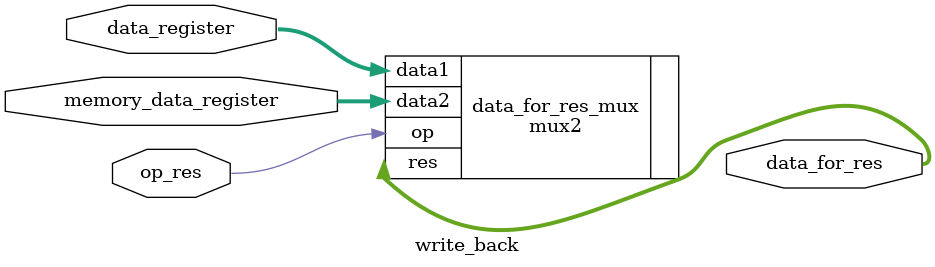
<source format=v>
module write_back(

  input [15:0] data_register,
  input [15:0] memory_data_register,
  input op_res,
  output [15:0] data_for_res);

  mux2 #(.WIDTH(16)) data_for_res_mux(
    .data1(data_register),
    .data2(memory_data_register),
    .op(op_res),
    .res(data_for_res));

endmodule

</source>
